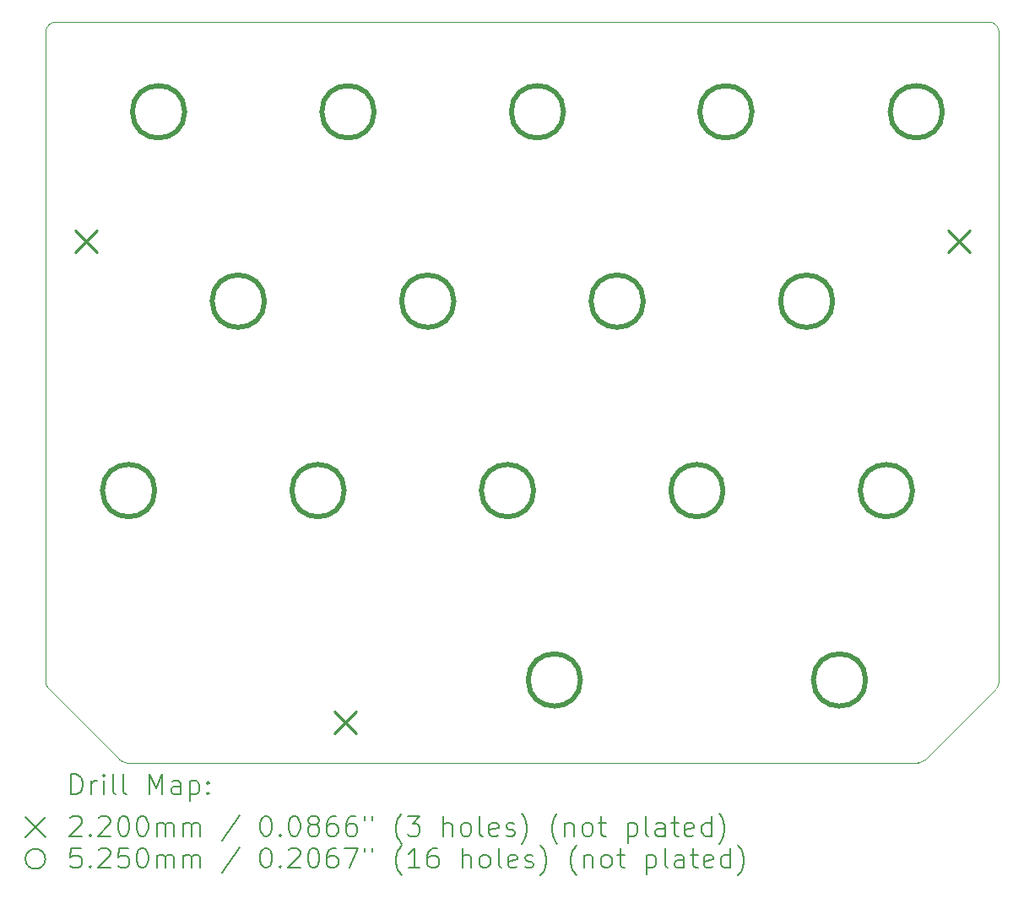
<source format=gbr>
%TF.GenerationSoftware,KiCad,Pcbnew,7.0.8*%
%TF.CreationDate,2023-11-29T19:26:30+01:00*%
%TF.ProjectId,Mathboard,4d617468-626f-4617-9264-2e6b69636164,rev?*%
%TF.SameCoordinates,Original*%
%TF.FileFunction,Drillmap*%
%TF.FilePolarity,Positive*%
%FSLAX45Y45*%
G04 Gerber Fmt 4.5, Leading zero omitted, Abs format (unit mm)*
G04 Created by KiCad (PCBNEW 7.0.8) date 2023-11-29 19:26:30*
%MOMM*%
%LPD*%
G01*
G04 APERTURE LIST*
%ADD10C,0.100000*%
%ADD11C,0.200000*%
%ADD12C,0.220000*%
%ADD13C,0.525000*%
G04 APERTURE END LIST*
D10*
X8400001Y-10818579D02*
G75*
G03*
X8429289Y-10889289I99999J-1D01*
G01*
X17930711Y-10889290D02*
G75*
G03*
X17960000Y-10818579I-70711J70710D01*
G01*
X17930711Y-10889289D02*
X17219289Y-11600711D01*
X8500000Y-4200000D02*
X17860000Y-4200000D01*
X8500000Y-4200000D02*
G75*
G03*
X8400000Y-4300000I0J-100000D01*
G01*
X17148579Y-11630000D02*
X9211421Y-11630000D01*
X9140712Y-11600709D02*
G75*
G03*
X9211421Y-11630000I70708J70699D01*
G01*
X9140711Y-11600711D02*
X8429289Y-10889289D01*
X17960000Y-4300000D02*
X17960000Y-10818579D01*
X8400000Y-10818579D02*
X8400000Y-4300000D01*
X17148579Y-11629999D02*
G75*
G03*
X17219289Y-11600711I1J99999D01*
G01*
X17960000Y-4300000D02*
G75*
G03*
X17860000Y-4200000I-100000J0D01*
G01*
D11*
D12*
X8690000Y-6290000D02*
X8910000Y-6510000D01*
X8910000Y-6290000D02*
X8690000Y-6510000D01*
X11290000Y-11120000D02*
X11510000Y-11340000D01*
X11510000Y-11120000D02*
X11290000Y-11340000D01*
X17450000Y-6290000D02*
X17670000Y-6510000D01*
X17670000Y-6290000D02*
X17450000Y-6510000D01*
D13*
X9492500Y-8900000D02*
G75*
G03*
X9492500Y-8900000I-262500J0D01*
G01*
X9792500Y-5100000D02*
G75*
G03*
X9792500Y-5100000I-262500J0D01*
G01*
X10592500Y-7000000D02*
G75*
G03*
X10592500Y-7000000I-262500J0D01*
G01*
X11392500Y-8900000D02*
G75*
G03*
X11392500Y-8900000I-262500J0D01*
G01*
X11692500Y-5100000D02*
G75*
G03*
X11692500Y-5100000I-262500J0D01*
G01*
X12492500Y-7000000D02*
G75*
G03*
X12492500Y-7000000I-262500J0D01*
G01*
X13292500Y-8900000D02*
G75*
G03*
X13292500Y-8900000I-262500J0D01*
G01*
X13592500Y-5100000D02*
G75*
G03*
X13592500Y-5100000I-262500J0D01*
G01*
X13762500Y-10800000D02*
G75*
G03*
X13762500Y-10800000I-262500J0D01*
G01*
X14392500Y-7000000D02*
G75*
G03*
X14392500Y-7000000I-262500J0D01*
G01*
X15192500Y-8900000D02*
G75*
G03*
X15192500Y-8900000I-262500J0D01*
G01*
X15483300Y-5100000D02*
G75*
G03*
X15483300Y-5100000I-262500J0D01*
G01*
X16292500Y-7000000D02*
G75*
G03*
X16292500Y-7000000I-262500J0D01*
G01*
X16622500Y-10800000D02*
G75*
G03*
X16622500Y-10800000I-262500J0D01*
G01*
X17092500Y-8900000D02*
G75*
G03*
X17092500Y-8900000I-262500J0D01*
G01*
X17392500Y-5100000D02*
G75*
G03*
X17392500Y-5100000I-262500J0D01*
G01*
D11*
X8655777Y-11946484D02*
X8655777Y-11746484D01*
X8655777Y-11746484D02*
X8703396Y-11746484D01*
X8703396Y-11746484D02*
X8731967Y-11756008D01*
X8731967Y-11756008D02*
X8751015Y-11775055D01*
X8751015Y-11775055D02*
X8760539Y-11794103D01*
X8760539Y-11794103D02*
X8770063Y-11832198D01*
X8770063Y-11832198D02*
X8770063Y-11860769D01*
X8770063Y-11860769D02*
X8760539Y-11898865D01*
X8760539Y-11898865D02*
X8751015Y-11917912D01*
X8751015Y-11917912D02*
X8731967Y-11936960D01*
X8731967Y-11936960D02*
X8703396Y-11946484D01*
X8703396Y-11946484D02*
X8655777Y-11946484D01*
X8855777Y-11946484D02*
X8855777Y-11813150D01*
X8855777Y-11851246D02*
X8865301Y-11832198D01*
X8865301Y-11832198D02*
X8874824Y-11822674D01*
X8874824Y-11822674D02*
X8893872Y-11813150D01*
X8893872Y-11813150D02*
X8912920Y-11813150D01*
X8979586Y-11946484D02*
X8979586Y-11813150D01*
X8979586Y-11746484D02*
X8970063Y-11756008D01*
X8970063Y-11756008D02*
X8979586Y-11765531D01*
X8979586Y-11765531D02*
X8989110Y-11756008D01*
X8989110Y-11756008D02*
X8979586Y-11746484D01*
X8979586Y-11746484D02*
X8979586Y-11765531D01*
X9103396Y-11946484D02*
X9084348Y-11936960D01*
X9084348Y-11936960D02*
X9074824Y-11917912D01*
X9074824Y-11917912D02*
X9074824Y-11746484D01*
X9208158Y-11946484D02*
X9189110Y-11936960D01*
X9189110Y-11936960D02*
X9179586Y-11917912D01*
X9179586Y-11917912D02*
X9179586Y-11746484D01*
X9436729Y-11946484D02*
X9436729Y-11746484D01*
X9436729Y-11746484D02*
X9503396Y-11889341D01*
X9503396Y-11889341D02*
X9570063Y-11746484D01*
X9570063Y-11746484D02*
X9570063Y-11946484D01*
X9751015Y-11946484D02*
X9751015Y-11841722D01*
X9751015Y-11841722D02*
X9741491Y-11822674D01*
X9741491Y-11822674D02*
X9722444Y-11813150D01*
X9722444Y-11813150D02*
X9684348Y-11813150D01*
X9684348Y-11813150D02*
X9665301Y-11822674D01*
X9751015Y-11936960D02*
X9731967Y-11946484D01*
X9731967Y-11946484D02*
X9684348Y-11946484D01*
X9684348Y-11946484D02*
X9665301Y-11936960D01*
X9665301Y-11936960D02*
X9655777Y-11917912D01*
X9655777Y-11917912D02*
X9655777Y-11898865D01*
X9655777Y-11898865D02*
X9665301Y-11879817D01*
X9665301Y-11879817D02*
X9684348Y-11870293D01*
X9684348Y-11870293D02*
X9731967Y-11870293D01*
X9731967Y-11870293D02*
X9751015Y-11860769D01*
X9846253Y-11813150D02*
X9846253Y-12013150D01*
X9846253Y-11822674D02*
X9865301Y-11813150D01*
X9865301Y-11813150D02*
X9903396Y-11813150D01*
X9903396Y-11813150D02*
X9922444Y-11822674D01*
X9922444Y-11822674D02*
X9931967Y-11832198D01*
X9931967Y-11832198D02*
X9941491Y-11851246D01*
X9941491Y-11851246D02*
X9941491Y-11908388D01*
X9941491Y-11908388D02*
X9931967Y-11927436D01*
X9931967Y-11927436D02*
X9922444Y-11936960D01*
X9922444Y-11936960D02*
X9903396Y-11946484D01*
X9903396Y-11946484D02*
X9865301Y-11946484D01*
X9865301Y-11946484D02*
X9846253Y-11936960D01*
X10027205Y-11927436D02*
X10036729Y-11936960D01*
X10036729Y-11936960D02*
X10027205Y-11946484D01*
X10027205Y-11946484D02*
X10017682Y-11936960D01*
X10017682Y-11936960D02*
X10027205Y-11927436D01*
X10027205Y-11927436D02*
X10027205Y-11946484D01*
X10027205Y-11822674D02*
X10036729Y-11832198D01*
X10036729Y-11832198D02*
X10027205Y-11841722D01*
X10027205Y-11841722D02*
X10017682Y-11832198D01*
X10017682Y-11832198D02*
X10027205Y-11822674D01*
X10027205Y-11822674D02*
X10027205Y-11841722D01*
X8195000Y-12175000D02*
X8395000Y-12375000D01*
X8395000Y-12175000D02*
X8195000Y-12375000D01*
X8646253Y-12185531D02*
X8655777Y-12176008D01*
X8655777Y-12176008D02*
X8674824Y-12166484D01*
X8674824Y-12166484D02*
X8722444Y-12166484D01*
X8722444Y-12166484D02*
X8741491Y-12176008D01*
X8741491Y-12176008D02*
X8751015Y-12185531D01*
X8751015Y-12185531D02*
X8760539Y-12204579D01*
X8760539Y-12204579D02*
X8760539Y-12223627D01*
X8760539Y-12223627D02*
X8751015Y-12252198D01*
X8751015Y-12252198D02*
X8636729Y-12366484D01*
X8636729Y-12366484D02*
X8760539Y-12366484D01*
X8846253Y-12347436D02*
X8855777Y-12356960D01*
X8855777Y-12356960D02*
X8846253Y-12366484D01*
X8846253Y-12366484D02*
X8836729Y-12356960D01*
X8836729Y-12356960D02*
X8846253Y-12347436D01*
X8846253Y-12347436D02*
X8846253Y-12366484D01*
X8931967Y-12185531D02*
X8941491Y-12176008D01*
X8941491Y-12176008D02*
X8960539Y-12166484D01*
X8960539Y-12166484D02*
X9008158Y-12166484D01*
X9008158Y-12166484D02*
X9027205Y-12176008D01*
X9027205Y-12176008D02*
X9036729Y-12185531D01*
X9036729Y-12185531D02*
X9046253Y-12204579D01*
X9046253Y-12204579D02*
X9046253Y-12223627D01*
X9046253Y-12223627D02*
X9036729Y-12252198D01*
X9036729Y-12252198D02*
X8922444Y-12366484D01*
X8922444Y-12366484D02*
X9046253Y-12366484D01*
X9170063Y-12166484D02*
X9189110Y-12166484D01*
X9189110Y-12166484D02*
X9208158Y-12176008D01*
X9208158Y-12176008D02*
X9217682Y-12185531D01*
X9217682Y-12185531D02*
X9227205Y-12204579D01*
X9227205Y-12204579D02*
X9236729Y-12242674D01*
X9236729Y-12242674D02*
X9236729Y-12290293D01*
X9236729Y-12290293D02*
X9227205Y-12328388D01*
X9227205Y-12328388D02*
X9217682Y-12347436D01*
X9217682Y-12347436D02*
X9208158Y-12356960D01*
X9208158Y-12356960D02*
X9189110Y-12366484D01*
X9189110Y-12366484D02*
X9170063Y-12366484D01*
X9170063Y-12366484D02*
X9151015Y-12356960D01*
X9151015Y-12356960D02*
X9141491Y-12347436D01*
X9141491Y-12347436D02*
X9131967Y-12328388D01*
X9131967Y-12328388D02*
X9122444Y-12290293D01*
X9122444Y-12290293D02*
X9122444Y-12242674D01*
X9122444Y-12242674D02*
X9131967Y-12204579D01*
X9131967Y-12204579D02*
X9141491Y-12185531D01*
X9141491Y-12185531D02*
X9151015Y-12176008D01*
X9151015Y-12176008D02*
X9170063Y-12166484D01*
X9360539Y-12166484D02*
X9379586Y-12166484D01*
X9379586Y-12166484D02*
X9398634Y-12176008D01*
X9398634Y-12176008D02*
X9408158Y-12185531D01*
X9408158Y-12185531D02*
X9417682Y-12204579D01*
X9417682Y-12204579D02*
X9427205Y-12242674D01*
X9427205Y-12242674D02*
X9427205Y-12290293D01*
X9427205Y-12290293D02*
X9417682Y-12328388D01*
X9417682Y-12328388D02*
X9408158Y-12347436D01*
X9408158Y-12347436D02*
X9398634Y-12356960D01*
X9398634Y-12356960D02*
X9379586Y-12366484D01*
X9379586Y-12366484D02*
X9360539Y-12366484D01*
X9360539Y-12366484D02*
X9341491Y-12356960D01*
X9341491Y-12356960D02*
X9331967Y-12347436D01*
X9331967Y-12347436D02*
X9322444Y-12328388D01*
X9322444Y-12328388D02*
X9312920Y-12290293D01*
X9312920Y-12290293D02*
X9312920Y-12242674D01*
X9312920Y-12242674D02*
X9322444Y-12204579D01*
X9322444Y-12204579D02*
X9331967Y-12185531D01*
X9331967Y-12185531D02*
X9341491Y-12176008D01*
X9341491Y-12176008D02*
X9360539Y-12166484D01*
X9512920Y-12366484D02*
X9512920Y-12233150D01*
X9512920Y-12252198D02*
X9522444Y-12242674D01*
X9522444Y-12242674D02*
X9541491Y-12233150D01*
X9541491Y-12233150D02*
X9570063Y-12233150D01*
X9570063Y-12233150D02*
X9589110Y-12242674D01*
X9589110Y-12242674D02*
X9598634Y-12261722D01*
X9598634Y-12261722D02*
X9598634Y-12366484D01*
X9598634Y-12261722D02*
X9608158Y-12242674D01*
X9608158Y-12242674D02*
X9627205Y-12233150D01*
X9627205Y-12233150D02*
X9655777Y-12233150D01*
X9655777Y-12233150D02*
X9674825Y-12242674D01*
X9674825Y-12242674D02*
X9684348Y-12261722D01*
X9684348Y-12261722D02*
X9684348Y-12366484D01*
X9779586Y-12366484D02*
X9779586Y-12233150D01*
X9779586Y-12252198D02*
X9789110Y-12242674D01*
X9789110Y-12242674D02*
X9808158Y-12233150D01*
X9808158Y-12233150D02*
X9836729Y-12233150D01*
X9836729Y-12233150D02*
X9855777Y-12242674D01*
X9855777Y-12242674D02*
X9865301Y-12261722D01*
X9865301Y-12261722D02*
X9865301Y-12366484D01*
X9865301Y-12261722D02*
X9874825Y-12242674D01*
X9874825Y-12242674D02*
X9893872Y-12233150D01*
X9893872Y-12233150D02*
X9922444Y-12233150D01*
X9922444Y-12233150D02*
X9941491Y-12242674D01*
X9941491Y-12242674D02*
X9951015Y-12261722D01*
X9951015Y-12261722D02*
X9951015Y-12366484D01*
X10341491Y-12156960D02*
X10170063Y-12414103D01*
X10598634Y-12166484D02*
X10617682Y-12166484D01*
X10617682Y-12166484D02*
X10636729Y-12176008D01*
X10636729Y-12176008D02*
X10646253Y-12185531D01*
X10646253Y-12185531D02*
X10655777Y-12204579D01*
X10655777Y-12204579D02*
X10665301Y-12242674D01*
X10665301Y-12242674D02*
X10665301Y-12290293D01*
X10665301Y-12290293D02*
X10655777Y-12328388D01*
X10655777Y-12328388D02*
X10646253Y-12347436D01*
X10646253Y-12347436D02*
X10636729Y-12356960D01*
X10636729Y-12356960D02*
X10617682Y-12366484D01*
X10617682Y-12366484D02*
X10598634Y-12366484D01*
X10598634Y-12366484D02*
X10579587Y-12356960D01*
X10579587Y-12356960D02*
X10570063Y-12347436D01*
X10570063Y-12347436D02*
X10560539Y-12328388D01*
X10560539Y-12328388D02*
X10551015Y-12290293D01*
X10551015Y-12290293D02*
X10551015Y-12242674D01*
X10551015Y-12242674D02*
X10560539Y-12204579D01*
X10560539Y-12204579D02*
X10570063Y-12185531D01*
X10570063Y-12185531D02*
X10579587Y-12176008D01*
X10579587Y-12176008D02*
X10598634Y-12166484D01*
X10751015Y-12347436D02*
X10760539Y-12356960D01*
X10760539Y-12356960D02*
X10751015Y-12366484D01*
X10751015Y-12366484D02*
X10741491Y-12356960D01*
X10741491Y-12356960D02*
X10751015Y-12347436D01*
X10751015Y-12347436D02*
X10751015Y-12366484D01*
X10884348Y-12166484D02*
X10903396Y-12166484D01*
X10903396Y-12166484D02*
X10922444Y-12176008D01*
X10922444Y-12176008D02*
X10931968Y-12185531D01*
X10931968Y-12185531D02*
X10941491Y-12204579D01*
X10941491Y-12204579D02*
X10951015Y-12242674D01*
X10951015Y-12242674D02*
X10951015Y-12290293D01*
X10951015Y-12290293D02*
X10941491Y-12328388D01*
X10941491Y-12328388D02*
X10931968Y-12347436D01*
X10931968Y-12347436D02*
X10922444Y-12356960D01*
X10922444Y-12356960D02*
X10903396Y-12366484D01*
X10903396Y-12366484D02*
X10884348Y-12366484D01*
X10884348Y-12366484D02*
X10865301Y-12356960D01*
X10865301Y-12356960D02*
X10855777Y-12347436D01*
X10855777Y-12347436D02*
X10846253Y-12328388D01*
X10846253Y-12328388D02*
X10836729Y-12290293D01*
X10836729Y-12290293D02*
X10836729Y-12242674D01*
X10836729Y-12242674D02*
X10846253Y-12204579D01*
X10846253Y-12204579D02*
X10855777Y-12185531D01*
X10855777Y-12185531D02*
X10865301Y-12176008D01*
X10865301Y-12176008D02*
X10884348Y-12166484D01*
X11065301Y-12252198D02*
X11046253Y-12242674D01*
X11046253Y-12242674D02*
X11036729Y-12233150D01*
X11036729Y-12233150D02*
X11027206Y-12214103D01*
X11027206Y-12214103D02*
X11027206Y-12204579D01*
X11027206Y-12204579D02*
X11036729Y-12185531D01*
X11036729Y-12185531D02*
X11046253Y-12176008D01*
X11046253Y-12176008D02*
X11065301Y-12166484D01*
X11065301Y-12166484D02*
X11103396Y-12166484D01*
X11103396Y-12166484D02*
X11122444Y-12176008D01*
X11122444Y-12176008D02*
X11131968Y-12185531D01*
X11131968Y-12185531D02*
X11141491Y-12204579D01*
X11141491Y-12204579D02*
X11141491Y-12214103D01*
X11141491Y-12214103D02*
X11131968Y-12233150D01*
X11131968Y-12233150D02*
X11122444Y-12242674D01*
X11122444Y-12242674D02*
X11103396Y-12252198D01*
X11103396Y-12252198D02*
X11065301Y-12252198D01*
X11065301Y-12252198D02*
X11046253Y-12261722D01*
X11046253Y-12261722D02*
X11036729Y-12271246D01*
X11036729Y-12271246D02*
X11027206Y-12290293D01*
X11027206Y-12290293D02*
X11027206Y-12328388D01*
X11027206Y-12328388D02*
X11036729Y-12347436D01*
X11036729Y-12347436D02*
X11046253Y-12356960D01*
X11046253Y-12356960D02*
X11065301Y-12366484D01*
X11065301Y-12366484D02*
X11103396Y-12366484D01*
X11103396Y-12366484D02*
X11122444Y-12356960D01*
X11122444Y-12356960D02*
X11131968Y-12347436D01*
X11131968Y-12347436D02*
X11141491Y-12328388D01*
X11141491Y-12328388D02*
X11141491Y-12290293D01*
X11141491Y-12290293D02*
X11131968Y-12271246D01*
X11131968Y-12271246D02*
X11122444Y-12261722D01*
X11122444Y-12261722D02*
X11103396Y-12252198D01*
X11312920Y-12166484D02*
X11274825Y-12166484D01*
X11274825Y-12166484D02*
X11255777Y-12176008D01*
X11255777Y-12176008D02*
X11246253Y-12185531D01*
X11246253Y-12185531D02*
X11227206Y-12214103D01*
X11227206Y-12214103D02*
X11217682Y-12252198D01*
X11217682Y-12252198D02*
X11217682Y-12328388D01*
X11217682Y-12328388D02*
X11227206Y-12347436D01*
X11227206Y-12347436D02*
X11236729Y-12356960D01*
X11236729Y-12356960D02*
X11255777Y-12366484D01*
X11255777Y-12366484D02*
X11293872Y-12366484D01*
X11293872Y-12366484D02*
X11312920Y-12356960D01*
X11312920Y-12356960D02*
X11322444Y-12347436D01*
X11322444Y-12347436D02*
X11331967Y-12328388D01*
X11331967Y-12328388D02*
X11331967Y-12280769D01*
X11331967Y-12280769D02*
X11322444Y-12261722D01*
X11322444Y-12261722D02*
X11312920Y-12252198D01*
X11312920Y-12252198D02*
X11293872Y-12242674D01*
X11293872Y-12242674D02*
X11255777Y-12242674D01*
X11255777Y-12242674D02*
X11236729Y-12252198D01*
X11236729Y-12252198D02*
X11227206Y-12261722D01*
X11227206Y-12261722D02*
X11217682Y-12280769D01*
X11503396Y-12166484D02*
X11465301Y-12166484D01*
X11465301Y-12166484D02*
X11446253Y-12176008D01*
X11446253Y-12176008D02*
X11436729Y-12185531D01*
X11436729Y-12185531D02*
X11417682Y-12214103D01*
X11417682Y-12214103D02*
X11408158Y-12252198D01*
X11408158Y-12252198D02*
X11408158Y-12328388D01*
X11408158Y-12328388D02*
X11417682Y-12347436D01*
X11417682Y-12347436D02*
X11427206Y-12356960D01*
X11427206Y-12356960D02*
X11446253Y-12366484D01*
X11446253Y-12366484D02*
X11484348Y-12366484D01*
X11484348Y-12366484D02*
X11503396Y-12356960D01*
X11503396Y-12356960D02*
X11512920Y-12347436D01*
X11512920Y-12347436D02*
X11522444Y-12328388D01*
X11522444Y-12328388D02*
X11522444Y-12280769D01*
X11522444Y-12280769D02*
X11512920Y-12261722D01*
X11512920Y-12261722D02*
X11503396Y-12252198D01*
X11503396Y-12252198D02*
X11484348Y-12242674D01*
X11484348Y-12242674D02*
X11446253Y-12242674D01*
X11446253Y-12242674D02*
X11427206Y-12252198D01*
X11427206Y-12252198D02*
X11417682Y-12261722D01*
X11417682Y-12261722D02*
X11408158Y-12280769D01*
X11598634Y-12166484D02*
X11598634Y-12204579D01*
X11674825Y-12166484D02*
X11674825Y-12204579D01*
X11970063Y-12442674D02*
X11960539Y-12433150D01*
X11960539Y-12433150D02*
X11941491Y-12404579D01*
X11941491Y-12404579D02*
X11931968Y-12385531D01*
X11931968Y-12385531D02*
X11922444Y-12356960D01*
X11922444Y-12356960D02*
X11912920Y-12309341D01*
X11912920Y-12309341D02*
X11912920Y-12271246D01*
X11912920Y-12271246D02*
X11922444Y-12223627D01*
X11922444Y-12223627D02*
X11931968Y-12195055D01*
X11931968Y-12195055D02*
X11941491Y-12176008D01*
X11941491Y-12176008D02*
X11960539Y-12147436D01*
X11960539Y-12147436D02*
X11970063Y-12137912D01*
X12027206Y-12166484D02*
X12151015Y-12166484D01*
X12151015Y-12166484D02*
X12084348Y-12242674D01*
X12084348Y-12242674D02*
X12112920Y-12242674D01*
X12112920Y-12242674D02*
X12131968Y-12252198D01*
X12131968Y-12252198D02*
X12141491Y-12261722D01*
X12141491Y-12261722D02*
X12151015Y-12280769D01*
X12151015Y-12280769D02*
X12151015Y-12328388D01*
X12151015Y-12328388D02*
X12141491Y-12347436D01*
X12141491Y-12347436D02*
X12131968Y-12356960D01*
X12131968Y-12356960D02*
X12112920Y-12366484D01*
X12112920Y-12366484D02*
X12055777Y-12366484D01*
X12055777Y-12366484D02*
X12036729Y-12356960D01*
X12036729Y-12356960D02*
X12027206Y-12347436D01*
X12389110Y-12366484D02*
X12389110Y-12166484D01*
X12474825Y-12366484D02*
X12474825Y-12261722D01*
X12474825Y-12261722D02*
X12465301Y-12242674D01*
X12465301Y-12242674D02*
X12446253Y-12233150D01*
X12446253Y-12233150D02*
X12417682Y-12233150D01*
X12417682Y-12233150D02*
X12398634Y-12242674D01*
X12398634Y-12242674D02*
X12389110Y-12252198D01*
X12598634Y-12366484D02*
X12579587Y-12356960D01*
X12579587Y-12356960D02*
X12570063Y-12347436D01*
X12570063Y-12347436D02*
X12560539Y-12328388D01*
X12560539Y-12328388D02*
X12560539Y-12271246D01*
X12560539Y-12271246D02*
X12570063Y-12252198D01*
X12570063Y-12252198D02*
X12579587Y-12242674D01*
X12579587Y-12242674D02*
X12598634Y-12233150D01*
X12598634Y-12233150D02*
X12627206Y-12233150D01*
X12627206Y-12233150D02*
X12646253Y-12242674D01*
X12646253Y-12242674D02*
X12655777Y-12252198D01*
X12655777Y-12252198D02*
X12665301Y-12271246D01*
X12665301Y-12271246D02*
X12665301Y-12328388D01*
X12665301Y-12328388D02*
X12655777Y-12347436D01*
X12655777Y-12347436D02*
X12646253Y-12356960D01*
X12646253Y-12356960D02*
X12627206Y-12366484D01*
X12627206Y-12366484D02*
X12598634Y-12366484D01*
X12779587Y-12366484D02*
X12760539Y-12356960D01*
X12760539Y-12356960D02*
X12751015Y-12337912D01*
X12751015Y-12337912D02*
X12751015Y-12166484D01*
X12931968Y-12356960D02*
X12912920Y-12366484D01*
X12912920Y-12366484D02*
X12874825Y-12366484D01*
X12874825Y-12366484D02*
X12855777Y-12356960D01*
X12855777Y-12356960D02*
X12846253Y-12337912D01*
X12846253Y-12337912D02*
X12846253Y-12261722D01*
X12846253Y-12261722D02*
X12855777Y-12242674D01*
X12855777Y-12242674D02*
X12874825Y-12233150D01*
X12874825Y-12233150D02*
X12912920Y-12233150D01*
X12912920Y-12233150D02*
X12931968Y-12242674D01*
X12931968Y-12242674D02*
X12941491Y-12261722D01*
X12941491Y-12261722D02*
X12941491Y-12280769D01*
X12941491Y-12280769D02*
X12846253Y-12299817D01*
X13017682Y-12356960D02*
X13036730Y-12366484D01*
X13036730Y-12366484D02*
X13074825Y-12366484D01*
X13074825Y-12366484D02*
X13093872Y-12356960D01*
X13093872Y-12356960D02*
X13103396Y-12337912D01*
X13103396Y-12337912D02*
X13103396Y-12328388D01*
X13103396Y-12328388D02*
X13093872Y-12309341D01*
X13093872Y-12309341D02*
X13074825Y-12299817D01*
X13074825Y-12299817D02*
X13046253Y-12299817D01*
X13046253Y-12299817D02*
X13027206Y-12290293D01*
X13027206Y-12290293D02*
X13017682Y-12271246D01*
X13017682Y-12271246D02*
X13017682Y-12261722D01*
X13017682Y-12261722D02*
X13027206Y-12242674D01*
X13027206Y-12242674D02*
X13046253Y-12233150D01*
X13046253Y-12233150D02*
X13074825Y-12233150D01*
X13074825Y-12233150D02*
X13093872Y-12242674D01*
X13170063Y-12442674D02*
X13179587Y-12433150D01*
X13179587Y-12433150D02*
X13198634Y-12404579D01*
X13198634Y-12404579D02*
X13208158Y-12385531D01*
X13208158Y-12385531D02*
X13217682Y-12356960D01*
X13217682Y-12356960D02*
X13227206Y-12309341D01*
X13227206Y-12309341D02*
X13227206Y-12271246D01*
X13227206Y-12271246D02*
X13217682Y-12223627D01*
X13217682Y-12223627D02*
X13208158Y-12195055D01*
X13208158Y-12195055D02*
X13198634Y-12176008D01*
X13198634Y-12176008D02*
X13179587Y-12147436D01*
X13179587Y-12147436D02*
X13170063Y-12137912D01*
X13531968Y-12442674D02*
X13522444Y-12433150D01*
X13522444Y-12433150D02*
X13503396Y-12404579D01*
X13503396Y-12404579D02*
X13493872Y-12385531D01*
X13493872Y-12385531D02*
X13484349Y-12356960D01*
X13484349Y-12356960D02*
X13474825Y-12309341D01*
X13474825Y-12309341D02*
X13474825Y-12271246D01*
X13474825Y-12271246D02*
X13484349Y-12223627D01*
X13484349Y-12223627D02*
X13493872Y-12195055D01*
X13493872Y-12195055D02*
X13503396Y-12176008D01*
X13503396Y-12176008D02*
X13522444Y-12147436D01*
X13522444Y-12147436D02*
X13531968Y-12137912D01*
X13608158Y-12233150D02*
X13608158Y-12366484D01*
X13608158Y-12252198D02*
X13617682Y-12242674D01*
X13617682Y-12242674D02*
X13636730Y-12233150D01*
X13636730Y-12233150D02*
X13665301Y-12233150D01*
X13665301Y-12233150D02*
X13684349Y-12242674D01*
X13684349Y-12242674D02*
X13693872Y-12261722D01*
X13693872Y-12261722D02*
X13693872Y-12366484D01*
X13817682Y-12366484D02*
X13798634Y-12356960D01*
X13798634Y-12356960D02*
X13789111Y-12347436D01*
X13789111Y-12347436D02*
X13779587Y-12328388D01*
X13779587Y-12328388D02*
X13779587Y-12271246D01*
X13779587Y-12271246D02*
X13789111Y-12252198D01*
X13789111Y-12252198D02*
X13798634Y-12242674D01*
X13798634Y-12242674D02*
X13817682Y-12233150D01*
X13817682Y-12233150D02*
X13846253Y-12233150D01*
X13846253Y-12233150D02*
X13865301Y-12242674D01*
X13865301Y-12242674D02*
X13874825Y-12252198D01*
X13874825Y-12252198D02*
X13884349Y-12271246D01*
X13884349Y-12271246D02*
X13884349Y-12328388D01*
X13884349Y-12328388D02*
X13874825Y-12347436D01*
X13874825Y-12347436D02*
X13865301Y-12356960D01*
X13865301Y-12356960D02*
X13846253Y-12366484D01*
X13846253Y-12366484D02*
X13817682Y-12366484D01*
X13941492Y-12233150D02*
X14017682Y-12233150D01*
X13970063Y-12166484D02*
X13970063Y-12337912D01*
X13970063Y-12337912D02*
X13979587Y-12356960D01*
X13979587Y-12356960D02*
X13998634Y-12366484D01*
X13998634Y-12366484D02*
X14017682Y-12366484D01*
X14236730Y-12233150D02*
X14236730Y-12433150D01*
X14236730Y-12242674D02*
X14255777Y-12233150D01*
X14255777Y-12233150D02*
X14293873Y-12233150D01*
X14293873Y-12233150D02*
X14312920Y-12242674D01*
X14312920Y-12242674D02*
X14322444Y-12252198D01*
X14322444Y-12252198D02*
X14331968Y-12271246D01*
X14331968Y-12271246D02*
X14331968Y-12328388D01*
X14331968Y-12328388D02*
X14322444Y-12347436D01*
X14322444Y-12347436D02*
X14312920Y-12356960D01*
X14312920Y-12356960D02*
X14293873Y-12366484D01*
X14293873Y-12366484D02*
X14255777Y-12366484D01*
X14255777Y-12366484D02*
X14236730Y-12356960D01*
X14446253Y-12366484D02*
X14427206Y-12356960D01*
X14427206Y-12356960D02*
X14417682Y-12337912D01*
X14417682Y-12337912D02*
X14417682Y-12166484D01*
X14608158Y-12366484D02*
X14608158Y-12261722D01*
X14608158Y-12261722D02*
X14598634Y-12242674D01*
X14598634Y-12242674D02*
X14579587Y-12233150D01*
X14579587Y-12233150D02*
X14541492Y-12233150D01*
X14541492Y-12233150D02*
X14522444Y-12242674D01*
X14608158Y-12356960D02*
X14589111Y-12366484D01*
X14589111Y-12366484D02*
X14541492Y-12366484D01*
X14541492Y-12366484D02*
X14522444Y-12356960D01*
X14522444Y-12356960D02*
X14512920Y-12337912D01*
X14512920Y-12337912D02*
X14512920Y-12318865D01*
X14512920Y-12318865D02*
X14522444Y-12299817D01*
X14522444Y-12299817D02*
X14541492Y-12290293D01*
X14541492Y-12290293D02*
X14589111Y-12290293D01*
X14589111Y-12290293D02*
X14608158Y-12280769D01*
X14674825Y-12233150D02*
X14751015Y-12233150D01*
X14703396Y-12166484D02*
X14703396Y-12337912D01*
X14703396Y-12337912D02*
X14712920Y-12356960D01*
X14712920Y-12356960D02*
X14731968Y-12366484D01*
X14731968Y-12366484D02*
X14751015Y-12366484D01*
X14893873Y-12356960D02*
X14874825Y-12366484D01*
X14874825Y-12366484D02*
X14836730Y-12366484D01*
X14836730Y-12366484D02*
X14817682Y-12356960D01*
X14817682Y-12356960D02*
X14808158Y-12337912D01*
X14808158Y-12337912D02*
X14808158Y-12261722D01*
X14808158Y-12261722D02*
X14817682Y-12242674D01*
X14817682Y-12242674D02*
X14836730Y-12233150D01*
X14836730Y-12233150D02*
X14874825Y-12233150D01*
X14874825Y-12233150D02*
X14893873Y-12242674D01*
X14893873Y-12242674D02*
X14903396Y-12261722D01*
X14903396Y-12261722D02*
X14903396Y-12280769D01*
X14903396Y-12280769D02*
X14808158Y-12299817D01*
X15074825Y-12366484D02*
X15074825Y-12166484D01*
X15074825Y-12356960D02*
X15055777Y-12366484D01*
X15055777Y-12366484D02*
X15017682Y-12366484D01*
X15017682Y-12366484D02*
X14998634Y-12356960D01*
X14998634Y-12356960D02*
X14989111Y-12347436D01*
X14989111Y-12347436D02*
X14979587Y-12328388D01*
X14979587Y-12328388D02*
X14979587Y-12271246D01*
X14979587Y-12271246D02*
X14989111Y-12252198D01*
X14989111Y-12252198D02*
X14998634Y-12242674D01*
X14998634Y-12242674D02*
X15017682Y-12233150D01*
X15017682Y-12233150D02*
X15055777Y-12233150D01*
X15055777Y-12233150D02*
X15074825Y-12242674D01*
X15151015Y-12442674D02*
X15160539Y-12433150D01*
X15160539Y-12433150D02*
X15179587Y-12404579D01*
X15179587Y-12404579D02*
X15189111Y-12385531D01*
X15189111Y-12385531D02*
X15198634Y-12356960D01*
X15198634Y-12356960D02*
X15208158Y-12309341D01*
X15208158Y-12309341D02*
X15208158Y-12271246D01*
X15208158Y-12271246D02*
X15198634Y-12223627D01*
X15198634Y-12223627D02*
X15189111Y-12195055D01*
X15189111Y-12195055D02*
X15179587Y-12176008D01*
X15179587Y-12176008D02*
X15160539Y-12147436D01*
X15160539Y-12147436D02*
X15151015Y-12137912D01*
X8395000Y-12595000D02*
G75*
G03*
X8395000Y-12595000I-100000J0D01*
G01*
X8751015Y-12486484D02*
X8655777Y-12486484D01*
X8655777Y-12486484D02*
X8646253Y-12581722D01*
X8646253Y-12581722D02*
X8655777Y-12572198D01*
X8655777Y-12572198D02*
X8674824Y-12562674D01*
X8674824Y-12562674D02*
X8722444Y-12562674D01*
X8722444Y-12562674D02*
X8741491Y-12572198D01*
X8741491Y-12572198D02*
X8751015Y-12581722D01*
X8751015Y-12581722D02*
X8760539Y-12600769D01*
X8760539Y-12600769D02*
X8760539Y-12648388D01*
X8760539Y-12648388D02*
X8751015Y-12667436D01*
X8751015Y-12667436D02*
X8741491Y-12676960D01*
X8741491Y-12676960D02*
X8722444Y-12686484D01*
X8722444Y-12686484D02*
X8674824Y-12686484D01*
X8674824Y-12686484D02*
X8655777Y-12676960D01*
X8655777Y-12676960D02*
X8646253Y-12667436D01*
X8846253Y-12667436D02*
X8855777Y-12676960D01*
X8855777Y-12676960D02*
X8846253Y-12686484D01*
X8846253Y-12686484D02*
X8836729Y-12676960D01*
X8836729Y-12676960D02*
X8846253Y-12667436D01*
X8846253Y-12667436D02*
X8846253Y-12686484D01*
X8931967Y-12505531D02*
X8941491Y-12496008D01*
X8941491Y-12496008D02*
X8960539Y-12486484D01*
X8960539Y-12486484D02*
X9008158Y-12486484D01*
X9008158Y-12486484D02*
X9027205Y-12496008D01*
X9027205Y-12496008D02*
X9036729Y-12505531D01*
X9036729Y-12505531D02*
X9046253Y-12524579D01*
X9046253Y-12524579D02*
X9046253Y-12543627D01*
X9046253Y-12543627D02*
X9036729Y-12572198D01*
X9036729Y-12572198D02*
X8922444Y-12686484D01*
X8922444Y-12686484D02*
X9046253Y-12686484D01*
X9227205Y-12486484D02*
X9131967Y-12486484D01*
X9131967Y-12486484D02*
X9122444Y-12581722D01*
X9122444Y-12581722D02*
X9131967Y-12572198D01*
X9131967Y-12572198D02*
X9151015Y-12562674D01*
X9151015Y-12562674D02*
X9198634Y-12562674D01*
X9198634Y-12562674D02*
X9217682Y-12572198D01*
X9217682Y-12572198D02*
X9227205Y-12581722D01*
X9227205Y-12581722D02*
X9236729Y-12600769D01*
X9236729Y-12600769D02*
X9236729Y-12648388D01*
X9236729Y-12648388D02*
X9227205Y-12667436D01*
X9227205Y-12667436D02*
X9217682Y-12676960D01*
X9217682Y-12676960D02*
X9198634Y-12686484D01*
X9198634Y-12686484D02*
X9151015Y-12686484D01*
X9151015Y-12686484D02*
X9131967Y-12676960D01*
X9131967Y-12676960D02*
X9122444Y-12667436D01*
X9360539Y-12486484D02*
X9379586Y-12486484D01*
X9379586Y-12486484D02*
X9398634Y-12496008D01*
X9398634Y-12496008D02*
X9408158Y-12505531D01*
X9408158Y-12505531D02*
X9417682Y-12524579D01*
X9417682Y-12524579D02*
X9427205Y-12562674D01*
X9427205Y-12562674D02*
X9427205Y-12610293D01*
X9427205Y-12610293D02*
X9417682Y-12648388D01*
X9417682Y-12648388D02*
X9408158Y-12667436D01*
X9408158Y-12667436D02*
X9398634Y-12676960D01*
X9398634Y-12676960D02*
X9379586Y-12686484D01*
X9379586Y-12686484D02*
X9360539Y-12686484D01*
X9360539Y-12686484D02*
X9341491Y-12676960D01*
X9341491Y-12676960D02*
X9331967Y-12667436D01*
X9331967Y-12667436D02*
X9322444Y-12648388D01*
X9322444Y-12648388D02*
X9312920Y-12610293D01*
X9312920Y-12610293D02*
X9312920Y-12562674D01*
X9312920Y-12562674D02*
X9322444Y-12524579D01*
X9322444Y-12524579D02*
X9331967Y-12505531D01*
X9331967Y-12505531D02*
X9341491Y-12496008D01*
X9341491Y-12496008D02*
X9360539Y-12486484D01*
X9512920Y-12686484D02*
X9512920Y-12553150D01*
X9512920Y-12572198D02*
X9522444Y-12562674D01*
X9522444Y-12562674D02*
X9541491Y-12553150D01*
X9541491Y-12553150D02*
X9570063Y-12553150D01*
X9570063Y-12553150D02*
X9589110Y-12562674D01*
X9589110Y-12562674D02*
X9598634Y-12581722D01*
X9598634Y-12581722D02*
X9598634Y-12686484D01*
X9598634Y-12581722D02*
X9608158Y-12562674D01*
X9608158Y-12562674D02*
X9627205Y-12553150D01*
X9627205Y-12553150D02*
X9655777Y-12553150D01*
X9655777Y-12553150D02*
X9674825Y-12562674D01*
X9674825Y-12562674D02*
X9684348Y-12581722D01*
X9684348Y-12581722D02*
X9684348Y-12686484D01*
X9779586Y-12686484D02*
X9779586Y-12553150D01*
X9779586Y-12572198D02*
X9789110Y-12562674D01*
X9789110Y-12562674D02*
X9808158Y-12553150D01*
X9808158Y-12553150D02*
X9836729Y-12553150D01*
X9836729Y-12553150D02*
X9855777Y-12562674D01*
X9855777Y-12562674D02*
X9865301Y-12581722D01*
X9865301Y-12581722D02*
X9865301Y-12686484D01*
X9865301Y-12581722D02*
X9874825Y-12562674D01*
X9874825Y-12562674D02*
X9893872Y-12553150D01*
X9893872Y-12553150D02*
X9922444Y-12553150D01*
X9922444Y-12553150D02*
X9941491Y-12562674D01*
X9941491Y-12562674D02*
X9951015Y-12581722D01*
X9951015Y-12581722D02*
X9951015Y-12686484D01*
X10341491Y-12476960D02*
X10170063Y-12734103D01*
X10598634Y-12486484D02*
X10617682Y-12486484D01*
X10617682Y-12486484D02*
X10636729Y-12496008D01*
X10636729Y-12496008D02*
X10646253Y-12505531D01*
X10646253Y-12505531D02*
X10655777Y-12524579D01*
X10655777Y-12524579D02*
X10665301Y-12562674D01*
X10665301Y-12562674D02*
X10665301Y-12610293D01*
X10665301Y-12610293D02*
X10655777Y-12648388D01*
X10655777Y-12648388D02*
X10646253Y-12667436D01*
X10646253Y-12667436D02*
X10636729Y-12676960D01*
X10636729Y-12676960D02*
X10617682Y-12686484D01*
X10617682Y-12686484D02*
X10598634Y-12686484D01*
X10598634Y-12686484D02*
X10579587Y-12676960D01*
X10579587Y-12676960D02*
X10570063Y-12667436D01*
X10570063Y-12667436D02*
X10560539Y-12648388D01*
X10560539Y-12648388D02*
X10551015Y-12610293D01*
X10551015Y-12610293D02*
X10551015Y-12562674D01*
X10551015Y-12562674D02*
X10560539Y-12524579D01*
X10560539Y-12524579D02*
X10570063Y-12505531D01*
X10570063Y-12505531D02*
X10579587Y-12496008D01*
X10579587Y-12496008D02*
X10598634Y-12486484D01*
X10751015Y-12667436D02*
X10760539Y-12676960D01*
X10760539Y-12676960D02*
X10751015Y-12686484D01*
X10751015Y-12686484D02*
X10741491Y-12676960D01*
X10741491Y-12676960D02*
X10751015Y-12667436D01*
X10751015Y-12667436D02*
X10751015Y-12686484D01*
X10836729Y-12505531D02*
X10846253Y-12496008D01*
X10846253Y-12496008D02*
X10865301Y-12486484D01*
X10865301Y-12486484D02*
X10912920Y-12486484D01*
X10912920Y-12486484D02*
X10931968Y-12496008D01*
X10931968Y-12496008D02*
X10941491Y-12505531D01*
X10941491Y-12505531D02*
X10951015Y-12524579D01*
X10951015Y-12524579D02*
X10951015Y-12543627D01*
X10951015Y-12543627D02*
X10941491Y-12572198D01*
X10941491Y-12572198D02*
X10827206Y-12686484D01*
X10827206Y-12686484D02*
X10951015Y-12686484D01*
X11074825Y-12486484D02*
X11093872Y-12486484D01*
X11093872Y-12486484D02*
X11112920Y-12496008D01*
X11112920Y-12496008D02*
X11122444Y-12505531D01*
X11122444Y-12505531D02*
X11131968Y-12524579D01*
X11131968Y-12524579D02*
X11141491Y-12562674D01*
X11141491Y-12562674D02*
X11141491Y-12610293D01*
X11141491Y-12610293D02*
X11131968Y-12648388D01*
X11131968Y-12648388D02*
X11122444Y-12667436D01*
X11122444Y-12667436D02*
X11112920Y-12676960D01*
X11112920Y-12676960D02*
X11093872Y-12686484D01*
X11093872Y-12686484D02*
X11074825Y-12686484D01*
X11074825Y-12686484D02*
X11055777Y-12676960D01*
X11055777Y-12676960D02*
X11046253Y-12667436D01*
X11046253Y-12667436D02*
X11036729Y-12648388D01*
X11036729Y-12648388D02*
X11027206Y-12610293D01*
X11027206Y-12610293D02*
X11027206Y-12562674D01*
X11027206Y-12562674D02*
X11036729Y-12524579D01*
X11036729Y-12524579D02*
X11046253Y-12505531D01*
X11046253Y-12505531D02*
X11055777Y-12496008D01*
X11055777Y-12496008D02*
X11074825Y-12486484D01*
X11312920Y-12486484D02*
X11274825Y-12486484D01*
X11274825Y-12486484D02*
X11255777Y-12496008D01*
X11255777Y-12496008D02*
X11246253Y-12505531D01*
X11246253Y-12505531D02*
X11227206Y-12534103D01*
X11227206Y-12534103D02*
X11217682Y-12572198D01*
X11217682Y-12572198D02*
X11217682Y-12648388D01*
X11217682Y-12648388D02*
X11227206Y-12667436D01*
X11227206Y-12667436D02*
X11236729Y-12676960D01*
X11236729Y-12676960D02*
X11255777Y-12686484D01*
X11255777Y-12686484D02*
X11293872Y-12686484D01*
X11293872Y-12686484D02*
X11312920Y-12676960D01*
X11312920Y-12676960D02*
X11322444Y-12667436D01*
X11322444Y-12667436D02*
X11331967Y-12648388D01*
X11331967Y-12648388D02*
X11331967Y-12600769D01*
X11331967Y-12600769D02*
X11322444Y-12581722D01*
X11322444Y-12581722D02*
X11312920Y-12572198D01*
X11312920Y-12572198D02*
X11293872Y-12562674D01*
X11293872Y-12562674D02*
X11255777Y-12562674D01*
X11255777Y-12562674D02*
X11236729Y-12572198D01*
X11236729Y-12572198D02*
X11227206Y-12581722D01*
X11227206Y-12581722D02*
X11217682Y-12600769D01*
X11398634Y-12486484D02*
X11531967Y-12486484D01*
X11531967Y-12486484D02*
X11446253Y-12686484D01*
X11598634Y-12486484D02*
X11598634Y-12524579D01*
X11674825Y-12486484D02*
X11674825Y-12524579D01*
X11970063Y-12762674D02*
X11960539Y-12753150D01*
X11960539Y-12753150D02*
X11941491Y-12724579D01*
X11941491Y-12724579D02*
X11931968Y-12705531D01*
X11931968Y-12705531D02*
X11922444Y-12676960D01*
X11922444Y-12676960D02*
X11912920Y-12629341D01*
X11912920Y-12629341D02*
X11912920Y-12591246D01*
X11912920Y-12591246D02*
X11922444Y-12543627D01*
X11922444Y-12543627D02*
X11931968Y-12515055D01*
X11931968Y-12515055D02*
X11941491Y-12496008D01*
X11941491Y-12496008D02*
X11960539Y-12467436D01*
X11960539Y-12467436D02*
X11970063Y-12457912D01*
X12151015Y-12686484D02*
X12036729Y-12686484D01*
X12093872Y-12686484D02*
X12093872Y-12486484D01*
X12093872Y-12486484D02*
X12074825Y-12515055D01*
X12074825Y-12515055D02*
X12055777Y-12534103D01*
X12055777Y-12534103D02*
X12036729Y-12543627D01*
X12322444Y-12486484D02*
X12284348Y-12486484D01*
X12284348Y-12486484D02*
X12265301Y-12496008D01*
X12265301Y-12496008D02*
X12255777Y-12505531D01*
X12255777Y-12505531D02*
X12236729Y-12534103D01*
X12236729Y-12534103D02*
X12227206Y-12572198D01*
X12227206Y-12572198D02*
X12227206Y-12648388D01*
X12227206Y-12648388D02*
X12236729Y-12667436D01*
X12236729Y-12667436D02*
X12246253Y-12676960D01*
X12246253Y-12676960D02*
X12265301Y-12686484D01*
X12265301Y-12686484D02*
X12303396Y-12686484D01*
X12303396Y-12686484D02*
X12322444Y-12676960D01*
X12322444Y-12676960D02*
X12331968Y-12667436D01*
X12331968Y-12667436D02*
X12341491Y-12648388D01*
X12341491Y-12648388D02*
X12341491Y-12600769D01*
X12341491Y-12600769D02*
X12331968Y-12581722D01*
X12331968Y-12581722D02*
X12322444Y-12572198D01*
X12322444Y-12572198D02*
X12303396Y-12562674D01*
X12303396Y-12562674D02*
X12265301Y-12562674D01*
X12265301Y-12562674D02*
X12246253Y-12572198D01*
X12246253Y-12572198D02*
X12236729Y-12581722D01*
X12236729Y-12581722D02*
X12227206Y-12600769D01*
X12579587Y-12686484D02*
X12579587Y-12486484D01*
X12665301Y-12686484D02*
X12665301Y-12581722D01*
X12665301Y-12581722D02*
X12655777Y-12562674D01*
X12655777Y-12562674D02*
X12636730Y-12553150D01*
X12636730Y-12553150D02*
X12608158Y-12553150D01*
X12608158Y-12553150D02*
X12589110Y-12562674D01*
X12589110Y-12562674D02*
X12579587Y-12572198D01*
X12789110Y-12686484D02*
X12770063Y-12676960D01*
X12770063Y-12676960D02*
X12760539Y-12667436D01*
X12760539Y-12667436D02*
X12751015Y-12648388D01*
X12751015Y-12648388D02*
X12751015Y-12591246D01*
X12751015Y-12591246D02*
X12760539Y-12572198D01*
X12760539Y-12572198D02*
X12770063Y-12562674D01*
X12770063Y-12562674D02*
X12789110Y-12553150D01*
X12789110Y-12553150D02*
X12817682Y-12553150D01*
X12817682Y-12553150D02*
X12836730Y-12562674D01*
X12836730Y-12562674D02*
X12846253Y-12572198D01*
X12846253Y-12572198D02*
X12855777Y-12591246D01*
X12855777Y-12591246D02*
X12855777Y-12648388D01*
X12855777Y-12648388D02*
X12846253Y-12667436D01*
X12846253Y-12667436D02*
X12836730Y-12676960D01*
X12836730Y-12676960D02*
X12817682Y-12686484D01*
X12817682Y-12686484D02*
X12789110Y-12686484D01*
X12970063Y-12686484D02*
X12951015Y-12676960D01*
X12951015Y-12676960D02*
X12941491Y-12657912D01*
X12941491Y-12657912D02*
X12941491Y-12486484D01*
X13122444Y-12676960D02*
X13103396Y-12686484D01*
X13103396Y-12686484D02*
X13065301Y-12686484D01*
X13065301Y-12686484D02*
X13046253Y-12676960D01*
X13046253Y-12676960D02*
X13036730Y-12657912D01*
X13036730Y-12657912D02*
X13036730Y-12581722D01*
X13036730Y-12581722D02*
X13046253Y-12562674D01*
X13046253Y-12562674D02*
X13065301Y-12553150D01*
X13065301Y-12553150D02*
X13103396Y-12553150D01*
X13103396Y-12553150D02*
X13122444Y-12562674D01*
X13122444Y-12562674D02*
X13131968Y-12581722D01*
X13131968Y-12581722D02*
X13131968Y-12600769D01*
X13131968Y-12600769D02*
X13036730Y-12619817D01*
X13208158Y-12676960D02*
X13227206Y-12686484D01*
X13227206Y-12686484D02*
X13265301Y-12686484D01*
X13265301Y-12686484D02*
X13284349Y-12676960D01*
X13284349Y-12676960D02*
X13293872Y-12657912D01*
X13293872Y-12657912D02*
X13293872Y-12648388D01*
X13293872Y-12648388D02*
X13284349Y-12629341D01*
X13284349Y-12629341D02*
X13265301Y-12619817D01*
X13265301Y-12619817D02*
X13236730Y-12619817D01*
X13236730Y-12619817D02*
X13217682Y-12610293D01*
X13217682Y-12610293D02*
X13208158Y-12591246D01*
X13208158Y-12591246D02*
X13208158Y-12581722D01*
X13208158Y-12581722D02*
X13217682Y-12562674D01*
X13217682Y-12562674D02*
X13236730Y-12553150D01*
X13236730Y-12553150D02*
X13265301Y-12553150D01*
X13265301Y-12553150D02*
X13284349Y-12562674D01*
X13360539Y-12762674D02*
X13370063Y-12753150D01*
X13370063Y-12753150D02*
X13389111Y-12724579D01*
X13389111Y-12724579D02*
X13398634Y-12705531D01*
X13398634Y-12705531D02*
X13408158Y-12676960D01*
X13408158Y-12676960D02*
X13417682Y-12629341D01*
X13417682Y-12629341D02*
X13417682Y-12591246D01*
X13417682Y-12591246D02*
X13408158Y-12543627D01*
X13408158Y-12543627D02*
X13398634Y-12515055D01*
X13398634Y-12515055D02*
X13389111Y-12496008D01*
X13389111Y-12496008D02*
X13370063Y-12467436D01*
X13370063Y-12467436D02*
X13360539Y-12457912D01*
X13722444Y-12762674D02*
X13712920Y-12753150D01*
X13712920Y-12753150D02*
X13693872Y-12724579D01*
X13693872Y-12724579D02*
X13684349Y-12705531D01*
X13684349Y-12705531D02*
X13674825Y-12676960D01*
X13674825Y-12676960D02*
X13665301Y-12629341D01*
X13665301Y-12629341D02*
X13665301Y-12591246D01*
X13665301Y-12591246D02*
X13674825Y-12543627D01*
X13674825Y-12543627D02*
X13684349Y-12515055D01*
X13684349Y-12515055D02*
X13693872Y-12496008D01*
X13693872Y-12496008D02*
X13712920Y-12467436D01*
X13712920Y-12467436D02*
X13722444Y-12457912D01*
X13798634Y-12553150D02*
X13798634Y-12686484D01*
X13798634Y-12572198D02*
X13808158Y-12562674D01*
X13808158Y-12562674D02*
X13827206Y-12553150D01*
X13827206Y-12553150D02*
X13855777Y-12553150D01*
X13855777Y-12553150D02*
X13874825Y-12562674D01*
X13874825Y-12562674D02*
X13884349Y-12581722D01*
X13884349Y-12581722D02*
X13884349Y-12686484D01*
X14008158Y-12686484D02*
X13989111Y-12676960D01*
X13989111Y-12676960D02*
X13979587Y-12667436D01*
X13979587Y-12667436D02*
X13970063Y-12648388D01*
X13970063Y-12648388D02*
X13970063Y-12591246D01*
X13970063Y-12591246D02*
X13979587Y-12572198D01*
X13979587Y-12572198D02*
X13989111Y-12562674D01*
X13989111Y-12562674D02*
X14008158Y-12553150D01*
X14008158Y-12553150D02*
X14036730Y-12553150D01*
X14036730Y-12553150D02*
X14055777Y-12562674D01*
X14055777Y-12562674D02*
X14065301Y-12572198D01*
X14065301Y-12572198D02*
X14074825Y-12591246D01*
X14074825Y-12591246D02*
X14074825Y-12648388D01*
X14074825Y-12648388D02*
X14065301Y-12667436D01*
X14065301Y-12667436D02*
X14055777Y-12676960D01*
X14055777Y-12676960D02*
X14036730Y-12686484D01*
X14036730Y-12686484D02*
X14008158Y-12686484D01*
X14131968Y-12553150D02*
X14208158Y-12553150D01*
X14160539Y-12486484D02*
X14160539Y-12657912D01*
X14160539Y-12657912D02*
X14170063Y-12676960D01*
X14170063Y-12676960D02*
X14189111Y-12686484D01*
X14189111Y-12686484D02*
X14208158Y-12686484D01*
X14427206Y-12553150D02*
X14427206Y-12753150D01*
X14427206Y-12562674D02*
X14446253Y-12553150D01*
X14446253Y-12553150D02*
X14484349Y-12553150D01*
X14484349Y-12553150D02*
X14503396Y-12562674D01*
X14503396Y-12562674D02*
X14512920Y-12572198D01*
X14512920Y-12572198D02*
X14522444Y-12591246D01*
X14522444Y-12591246D02*
X14522444Y-12648388D01*
X14522444Y-12648388D02*
X14512920Y-12667436D01*
X14512920Y-12667436D02*
X14503396Y-12676960D01*
X14503396Y-12676960D02*
X14484349Y-12686484D01*
X14484349Y-12686484D02*
X14446253Y-12686484D01*
X14446253Y-12686484D02*
X14427206Y-12676960D01*
X14636730Y-12686484D02*
X14617682Y-12676960D01*
X14617682Y-12676960D02*
X14608158Y-12657912D01*
X14608158Y-12657912D02*
X14608158Y-12486484D01*
X14798634Y-12686484D02*
X14798634Y-12581722D01*
X14798634Y-12581722D02*
X14789111Y-12562674D01*
X14789111Y-12562674D02*
X14770063Y-12553150D01*
X14770063Y-12553150D02*
X14731968Y-12553150D01*
X14731968Y-12553150D02*
X14712920Y-12562674D01*
X14798634Y-12676960D02*
X14779587Y-12686484D01*
X14779587Y-12686484D02*
X14731968Y-12686484D01*
X14731968Y-12686484D02*
X14712920Y-12676960D01*
X14712920Y-12676960D02*
X14703396Y-12657912D01*
X14703396Y-12657912D02*
X14703396Y-12638865D01*
X14703396Y-12638865D02*
X14712920Y-12619817D01*
X14712920Y-12619817D02*
X14731968Y-12610293D01*
X14731968Y-12610293D02*
X14779587Y-12610293D01*
X14779587Y-12610293D02*
X14798634Y-12600769D01*
X14865301Y-12553150D02*
X14941492Y-12553150D01*
X14893873Y-12486484D02*
X14893873Y-12657912D01*
X14893873Y-12657912D02*
X14903396Y-12676960D01*
X14903396Y-12676960D02*
X14922444Y-12686484D01*
X14922444Y-12686484D02*
X14941492Y-12686484D01*
X15084349Y-12676960D02*
X15065301Y-12686484D01*
X15065301Y-12686484D02*
X15027206Y-12686484D01*
X15027206Y-12686484D02*
X15008158Y-12676960D01*
X15008158Y-12676960D02*
X14998634Y-12657912D01*
X14998634Y-12657912D02*
X14998634Y-12581722D01*
X14998634Y-12581722D02*
X15008158Y-12562674D01*
X15008158Y-12562674D02*
X15027206Y-12553150D01*
X15027206Y-12553150D02*
X15065301Y-12553150D01*
X15065301Y-12553150D02*
X15084349Y-12562674D01*
X15084349Y-12562674D02*
X15093873Y-12581722D01*
X15093873Y-12581722D02*
X15093873Y-12600769D01*
X15093873Y-12600769D02*
X14998634Y-12619817D01*
X15265301Y-12686484D02*
X15265301Y-12486484D01*
X15265301Y-12676960D02*
X15246254Y-12686484D01*
X15246254Y-12686484D02*
X15208158Y-12686484D01*
X15208158Y-12686484D02*
X15189111Y-12676960D01*
X15189111Y-12676960D02*
X15179587Y-12667436D01*
X15179587Y-12667436D02*
X15170063Y-12648388D01*
X15170063Y-12648388D02*
X15170063Y-12591246D01*
X15170063Y-12591246D02*
X15179587Y-12572198D01*
X15179587Y-12572198D02*
X15189111Y-12562674D01*
X15189111Y-12562674D02*
X15208158Y-12553150D01*
X15208158Y-12553150D02*
X15246254Y-12553150D01*
X15246254Y-12553150D02*
X15265301Y-12562674D01*
X15341492Y-12762674D02*
X15351015Y-12753150D01*
X15351015Y-12753150D02*
X15370063Y-12724579D01*
X15370063Y-12724579D02*
X15379587Y-12705531D01*
X15379587Y-12705531D02*
X15389111Y-12676960D01*
X15389111Y-12676960D02*
X15398634Y-12629341D01*
X15398634Y-12629341D02*
X15398634Y-12591246D01*
X15398634Y-12591246D02*
X15389111Y-12543627D01*
X15389111Y-12543627D02*
X15379587Y-12515055D01*
X15379587Y-12515055D02*
X15370063Y-12496008D01*
X15370063Y-12496008D02*
X15351015Y-12467436D01*
X15351015Y-12467436D02*
X15341492Y-12457912D01*
M02*

</source>
